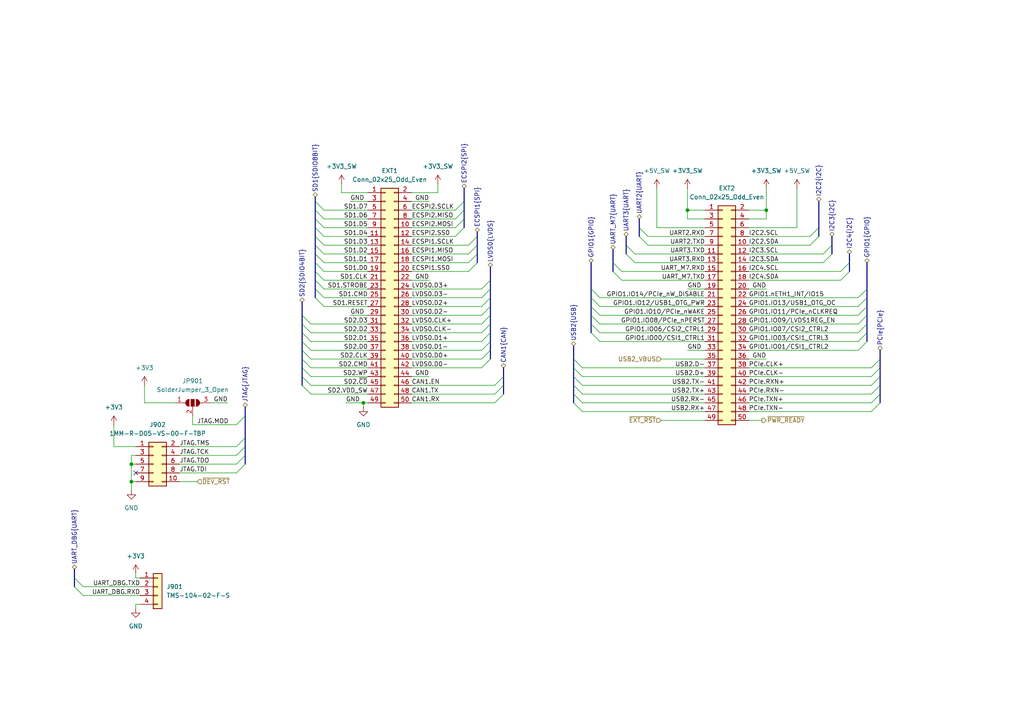
<source format=kicad_sch>
(kicad_sch (version 20250114) (generator "eeschema") (generator_version "9.0")
  (paper "A4")
  (lib_symbols
    (symbol "Connector_Generic:Conn_01x04" (pin_names (offset 1.016) (hide yes))
      (property "Reference" "J" (at 0 5.08 0))
      (property "Value" "Conn_01x04" (at 0 -7.62 0))
      (symbol "Conn_01x04_1_1"
        (rectangle (start -1.27 3.81) (end 1.27 -6.35) (stroke (width 0.254)) (fill (type background)))
        (rectangle (start -1.27 2.667) (end 0 2.413) (stroke (width 0.1524)))
        (rectangle (start -1.27 0.127) (end 0 -0.127) (stroke (width 0.1524)))
        (rectangle (start -1.27 -2.413) (end 0 -2.667) (stroke (width 0.1524)))
        (rectangle (start -1.27 -4.953) (end 0 -5.207) (stroke (width 0.1524)))
        (pin passive line (at -5.08 2.54 0) (length 3.81) (name "Pin_1") (number "1"))
        (pin passive line (at -5.08 0 0) (length 3.81) (name "Pin_2") (number "2"))
        (pin passive line (at -5.08 -2.54 0) (length 3.81) (name "Pin_3") (number "3"))
        (pin passive line (at -5.08 -5.08 0) (length 3.81) (name "Pin_4") (number "4"))
      )
    )
    (symbol "Connector_Generic:Conn_02x05_Odd_Even" (pin_names (offset 1.016) (hide yes))
      (property "Reference" "J" (at 1.27 7.62 0))
      (property "Value" "Conn_02x05_Odd_Even" (at 1.27 -7.62 0))
      (symbol "Conn_02x05_Odd_Even_1_1"
        (rectangle (start -1.27 6.35) (end 3.81 -6.35) (stroke (width 0.254)) (fill (type background)))
        (rectangle (start -1.27 5.207) (end 0 4.953) (stroke (width 0.1524)))
        (rectangle (start -1.27 2.667) (end 0 2.413) (stroke (width 0.1524)))
        (rectangle (start -1.27 0.127) (end 0 -0.127) (stroke (width 0.1524)))
        (rectangle (start -1.27 -2.413) (end 0 -2.667) (stroke (width 0.1524)))
        (rectangle (start -1.27 -4.953) (end 0 -5.207) (stroke (width 0.1524)))
        (rectangle (start 3.81 5.207) (end 2.54 4.953) (stroke (width 0.1524)))
        (rectangle (start 3.81 2.667) (end 2.54 2.413) (stroke (width 0.1524)))
        (rectangle (start 3.81 0.127) (end 2.54 -0.127) (stroke (width 0.1524)))
        (rectangle (start 3.81 -2.413) (end 2.54 -2.667) (stroke (width 0.1524)))
        (rectangle (start 3.81 -4.953) (end 2.54 -5.207) (stroke (width 0.1524)))
        (pin passive line (at -5.08 5.08 0) (length 3.81) (name "Pin_1") (number "1"))
        (pin passive line (at -5.08 2.54 0) (length 3.81) (name "Pin_3") (number "3"))
        (pin passive line (at -5.08 0 0) (length 3.81) (name "Pin_5") (number "5"))
        (pin passive line (at -5.08 -2.54 0) (length 3.81) (name "Pin_7") (number "7"))
        (pin passive line (at -5.08 -5.08 0) (length 3.81) (name "Pin_9") (number "9"))
        (pin passive line (at 7.62 5.08 180) (length 3.81) (name "Pin_2") (number "2"))
        (pin passive line (at 7.62 2.54 180) (length 3.81) (name "Pin_4") (number "4"))
        (pin passive line (at 7.62 0 180) (length 3.81) (name "Pin_6") (number "6"))
        (pin passive line (at 7.62 -2.54 180) (length 3.81) (name "Pin_8") (number "8"))
        (pin passive line (at 7.62 -5.08 180) (length 3.81) (name "Pin_10") (number "10"))
      )
    )
    (symbol "Connector_Generic:Conn_02x25_Odd_Even" (pin_names (offset 1.016) (hide yes))
      (property "Reference" "J" (at 1.27 33.02 0))
      (property "Value" "Conn_02x25_Odd_Even" (at 1.27 -33.02 0))
      (symbol "Conn_02x25_Odd_Even_1_1"
        (rectangle (start -1.27 31.75) (end 3.81 -31.75) (stroke (width 0.254)) (fill (type background)))
        (rectangle (start -1.27 30.607) (end 0 30.353) (stroke (width 0.1524)))
        (rectangle (start -1.27 28.067) (end 0 27.813) (stroke (width 0.1524)))
        (rectangle (start -1.27 25.527) (end 0 25.273) (stroke (width 0.1524)))
        (rectangle (start -1.27 22.987) (end 0 22.733) (stroke (width 0.1524)))
        (rectangle (start -1.27 20.447) (end 0 20.193) (stroke (width 0.1524)))
        (rectangle (start -1.27 17.907) (end 0 17.653) (stroke (width 0.1524)))
        (rectangle (start -1.27 15.367) (end 0 15.113) (stroke (width 0.1524)))
        (rectangle (start -1.27 12.827) (end 0 12.573) (stroke (width 0.1524)))
        (rectangle (start -1.27 10.287) (end 0 10.033) (stroke (width 0.1524)))
        (rectangle (start -1.27 7.747) (end 0 7.493) (stroke (width 0.1524)))
        (rectangle (start -1.27 5.207) (end 0 4.953) (stroke (width 0.1524)))
        (rectangle (start -1.27 2.667) (end 0 2.413) (stroke (width 0.1524)))
        (rectangle (start -1.27 0.127) (end 0 -0.127) (stroke (width 0.1524)))
        (rectangle (start -1.27 -2.413) (end 0 -2.667) (stroke (width 0.1524)))
        (rectangle (start -1.27 -4.953) (end 0 -5.207) (stroke (width 0.1524)))
        (rectangle (start -1.27 -7.493) (end 0 -7.747) (stroke (width 0.1524)))
        (rectangle (start -1.27 -10.033) (end 0 -10.287) (stroke (width 0.1524)))
        (rectangle (start -1.27 -12.573) (end 0 -12.827) (stroke (width 0.1524)))
        (rectangle (start -1.27 -15.113) (end 0 -15.367) (stroke (width 0.1524)))
        (rectangle (start -1.27 -17.653) (end 0 -17.907) (stroke (width 0.1524)))
        (rectangle (start -1.27 -20.193) (end 0 -20.447) (stroke (width 0.1524)))
        (rectangle (start -1.27 -22.733) (end 0 -22.987) (stroke (width 0.1524)))
        (rectangle (start -1.27 -25.273) (end 0 -25.527) (stroke (width 0.1524)))
        (rectangle (start -1.27 -27.813) (end 0 -28.067) (stroke (width 0.1524)))
        (rectangle (start -1.27 -30.353) (end 0 -30.607) (stroke (width 0.1524)))
        (rectangle (start 3.81 30.607) (end 2.54 30.353) (stroke (width 0.1524)))
        (rectangle (start 3.81 28.067) (end 2.54 27.813) (stroke (width 0.1524)))
        (rectangle (start 3.81 25.527) (end 2.54 25.273) (stroke (width 0.1524)))
        (rectangle (start 3.81 22.987) (end 2.54 22.733) (stroke (width 0.1524)))
        (rectangle (start 3.81 20.447) (end 2.54 20.193) (stroke (width 0.1524)))
        (rectangle (start 3.81 17.907) (end 2.54 17.653) (stroke (width 0.1524)))
        (rectangle (start 3.81 15.367) (end 2.54 15.113) (stroke (width 0.1524)))
        (rectangle (start 3.81 12.827) (end 2.54 12.573) (stroke (width 0.1524)))
        (rectangle (start 3.81 10.287) (end 2.54 10.033) (stroke (width 0.1524)))
        (rectangle (start 3.81 7.747) (end 2.54 7.493) (stroke (width 0.1524)))
        (rectangle (start 3.81 5.207) (end 2.54 4.953) (stroke (width 0.1524)))
        (rectangle (start 3.81 2.667) (end 2.54 2.413) (stroke (width 0.1524)))
        (rectangle (start 3.81 0.127) (end 2.54 -0.127) (stroke (width 0.1524)))
        (rectangle (start 3.81 -2.413) (end 2.54 -2.667) (stroke (width 0.1524)))
        (rectangle (start 3.81 -4.953) (end 2.54 -5.207) (stroke (width 0.1524)))
        (rectangle (start 3.81 -7.493) (end 2.54 -7.747) (stroke (width 0.1524)))
        (rectangle (start 3.81 -10.033) (end 2.54 -10.287) (stroke (width 0.1524)))
        (rectangle (start 3.81 -12.573) (end 2.54 -12.827) (stroke (width 0.1524)))
        (rectangle (start 3.81 -15.113) (end 2.54 -15.367) (stroke (width 0.1524)))
        (rectangle (start 3.81 -17.653) (end 2.54 -17.907) (stroke (width 0.1524)))
        (rectangle (start 3.81 -20.193) (end 2.54 -20.447) (stroke (width 0.1524)))
        (rectangle (start 3.81 -22.733) (end 2.54 -22.987) (stroke (width 0.1524)))
        (rectangle (start 3.81 -25.273) (end 2.54 -25.527) (stroke (width 0.1524)))
        (rectangle (start 3.81 -27.813) (end 2.54 -28.067) (stroke (width 0.1524)))
        (rectangle (start 3.81 -30.353) (end 2.54 -30.607) (stroke (width 0.1524)))
        (pin passive line (at -5.08 30.48 0) (length 3.81) (name "Pin_1") (number "1"))
        (pin passive line (at -5.08 27.94 0) (length 3.81) (name "Pin_3") (number "3"))
        (pin passive line (at -5.08 25.4 0) (length 3.81) (name "Pin_5") (number "5"))
        (pin passive line (at -5.08 22.86 0) (length 3.81) (name "Pin_7") (number "7"))
        (pin passive line (at -5.08 20.32 0) (length 3.81) (name "Pin_9") (number "9"))
        (pin passive line (at -5.08 17.78 0) (length 3.81) (name "Pin_11") (number "11"))
        (pin passive line (at -5.08 15.24 0) (length 3.81) (name "Pin_13") (number "13"))
        (pin passive line (at -5.08 12.7 0) (length 3.81) (name "Pin_15") (number "15"))
        (pin passive line (at -5.08 10.16 0) (length 3.81) (name "Pin_17") (number "17"))
        (pin passive line (at -5.08 7.62 0) (length 3.81) (name "Pin_19") (number "19"))
        (pin passive line (at -5.08 5.08 0) (length 3.81) (name "Pin_21") (number "21"))
        (pin passive line (at -5.08 2.54 0) (length 3.81) (name "Pin_23") (number "23"))
        (pin passive line (at -5.08 0 0) (length 3.81) (name "Pin_25") (number "25"))
        (pin passive line (at -5.08 -2.54 0) (length 3.81) (name "Pin_27") (number "27"))
        (pin passive line (at -5.08 -5.08 0) (length 3.81) (name "Pin_29") (number "29"))
        (pin passive line (at -5.08 -7.62 0) (length 3.81) (name "Pin_31") (number "31"))
        (pin passive line (at -5.08 -10.16 0) (length 3.81) (name "Pin_33") (number "33"))
        (pin passive line (at -5.08 -12.7 0) (length 3.81) (name "Pin_35") (number "35"))
        (pin passive line (at -5.08 -15.24 0) (length 3.81) (name "Pin_37") (number "37"))
        (pin passive line (at -5.08 -17.78 0) (length 3.81) (name "Pin_39") (number "39"))
        (pin passive line (at -5.08 -20.32 0) (length 3.81) (name "Pin_41") (number "41"))
        (pin passive line (at -5.08 -22.86 0) (length 3.81) (name "Pin_43") (number "43"))
        (pin passive line (at -5.08 -25.4 0) (length 3.81) (name "Pin_45") (number "45"))
        (pin passive line (at -5.08 -27.94 0) (length 3.81) (name "Pin_47") (number "47"))
        (pin passive line (at -5.08 -30.48 0) (length 3.81) (name "Pin_49") (number "49"))
        (pin passive line (at 7.62 30.48 180) (length 3.81) (name "Pin_2") (number "2"))
        (pin passive line (at 7.62 27.94 180) (length 3.81) (name "Pin_4") (number "4"))
        (pin passive line (at 7.62 25.4 180) (length 3.81) (name "Pin_6") (number "6"))
        (pin passive line (at 7.62 22.86 180) (length 3.81) (name "Pin_8") (number "8"))
        (pin passive line (at 7.62 20.32 180) (length 3.81) (name "Pin_10") (number "10"))
        (pin passive line (at 7.62 17.78 180) (length 3.81) (name "Pin_12") (number "12"))
        (pin passive line (at 7.62 15.24 180) (length 3.81) (name "Pin_14") (number "14"))
        (pin passive line (at 7.62 12.7 180) (length 3.81) (name "Pin_16") (number "16"))
        (pin passive line (at 7.62 10.16 180) (length 3.81) (name "Pin_18") (number "18"))
        (pin passive line (at 7.62 7.62 180) (length 3.81) (name "Pin_20") (number "20"))
        (pin passive line (at 7.62 5.08 180) (length 3.81) (name "Pin_22") (number "22"))
        (pin passive line (at 7.62 2.54 180) (length 3.81) (name "Pin_24") (number "24"))
        (pin passive line (at 7.62 0 180) (length 3.81) (name "Pin_26") (number "26"))
        (pin passive line (at 7.62 -2.54 180) (length 3.81) (name "Pin_28") (number "28"))
        (pin passive line (at 7.62 -5.08 180) (length 3.81) (name "Pin_30") (number "30"))
        (pin passive line (at 7.62 -7.62 180) (length 3.81) (name "Pin_32") (number "32"))
        (pin passive line (at 7.62 -10.16 180) (length 3.81) (name "Pin_34") (number "34"))
        (pin passive line (at 7.62 -12.7 180) (length 3.81) (name "Pin_36") (number "36"))
        (pin passive line (at 7.62 -15.24 180) (length 3.81) (name "Pin_38") (number "38"))
        (pin passive line (at 7.62 -17.78 180) (length 3.81) (name "Pin_40") (number "40"))
        (pin passive line (at 7.62 -20.32 180) (length 3.81) (name "Pin_42") (number "42"))
        (pin passive line (at 7.62 -22.86 180) (length 3.81) (name "Pin_44") (number "44"))
        (pin passive line (at 7.62 -25.4 180) (length 3.81) (name "Pin_46") (number "46"))
        (pin passive line (at 7.62 -27.94 180) (length 3.81) (name "Pin_48") (number "48"))
        (pin passive line (at 7.62 -30.48 180) (length 3.81) (name "Pin_50") (number "50"))
      )
    )
    (symbol "Jumper:SolderJumper_3_Open" (pin_names (offset 0) (hide yes)) (exclude_from_sim yes) (in_bom no)
      (property "Reference" "JP" (at -2.54 -2.54 0))
      (property "Value" "SolderJumper_3_Open" (at 0 2.794 0))
      (symbol "SolderJumper_3_Open_0_1"
        (polyline (pts (xy -2.54 0) (xy -2.032 0)))
        (polyline (pts (xy -1.016 1.016) (xy -1.016 -1.016)))
        (arc (start -1.016 -1.016) (mid -2.0276 0) (end -1.016 1.016))
        (arc (start -1.016 -1.016) (mid -2.0276 0) (end -1.016 1.016) (fill (type outline)))
        (rectangle (start -0.508 1.016) (end 0.508 -1.016) (fill (type outline)))
        (polyline (pts (xy 0 -1.27) (xy 0 -1.016)))
        (arc (start 1.016 1.016) (mid 2.0276 0) (end 1.016 -1.016))
        (arc (start 1.016 1.016) (mid 2.0276 0) (end 1.016 -1.016) (fill (type outline)))
        (polyline (pts (xy 1.016 1.016) (xy 1.016 -1.016)))
        (polyline (pts (xy 2.54 0) (xy 2.032 0)))
      )
      (symbol "SolderJumper_3_Open_1_1"
        (pin passive line (at -5.08 0 0) (length 2.54) (name "A") (number "1"))
        (pin passive line (at 0 -3.81 90) (length 2.54) (name "C") (number "2"))
        (pin passive line (at 5.08 0 180) (length 2.54) (name "B") (number "3"))
      )
    )
    (symbol "power:+3V3" (power) (pin_numbers (hide yes)) (pin_names (offset 0) (hide yes))
      (property "Value" "+3V3" (at 0 3.556 0))
      (symbol "+3V3_0_1"
        (polyline (pts (xy -0.762 1.27) (xy 0 2.54)))
        (polyline (pts (xy 0 2.54) (xy 0.762 1.27)))
        (polyline (pts (xy 0 0) (xy 0 2.54)))
      )
      (symbol "+3V3_1_1"
        (pin power_in line (at 0 0 90) (length 0) (name "~") (number "1"))
      )
    )
    (symbol "power:+5V" (power) (pin_numbers (hide yes)) (pin_names (offset 0) (hide yes))
      (property "Value" "+5V" (at 0 3.556 0))
      (symbol "+5V_0_1"
        (polyline (pts (xy -0.762 1.27) (xy 0 2.54)))
        (polyline (pts (xy 0 2.54) (xy 0.762 1.27)))
        (polyline (pts (xy 0 0) (xy 0 2.54)))
      )
      (symbol "+5V_1_1"
        (pin power_in line (at 0 0 90) (length 0) (name "~") (number "1"))
      )
    )
    (symbol "power:GND" (power) (pin_numbers (hide yes)) (pin_names (offset 0) (hide yes))
      (property "Value" "GND" (at 0 -3.81 0))
      (symbol "GND_0_1"
        (polyline (pts (xy 0 0) (xy 0 -1.27) (xy 1.27 -1.27) (xy 0 -2.54) (xy -1.27 -1.27) (xy 0 -1.27)))
      )
      (symbol "GND_1_1"
        (pin power_in line (at 0 0 270) (length 0) (name "~") (number "1"))
      )
    )
  )
  (junction (at 105.41 116.84))
  (junction (at 38.1 134.62))
  (junction (at 222.25 60.96))
  (junction (at 38.1 139.7))
  (junction (at 199.39 60.96))
  (no_connect (at 39.37 137.16))
  (bus_entry (at 87.63 106.68) (size 2.54 2.54))
  (bus_entry (at 255.27 114.3) (size -2.54 2.54))
  (bus_entry (at 71.12 120.65) (size -2.54 2.54))
  (bus_entry (at 166.37 109.22) (size 2.54 2.54))
  (bus_entry (at 142.24 99.06) (size -2.54 2.54))
  (bus_entry (at 142.24 83.82) (size -2.54 2.54))
  (bus_entry (at 91.44 86.36) (size 2.54 2.54))
  (bus_entry (at 246.38 76.2) (size -2.54 2.54))
  (bus_entry (at 87.63 104.14) (size 2.54 2.54))
  (bus_entry (at 134.62 63.5) (size -2.54 2.54))
  (bus_entry (at 87.63 99.06) (size 2.54 2.54))
  (bus_entry (at 166.37 116.84) (size 2.54 2.54))
  (bus_entry (at 71.12 134.62) (size -2.54 2.54))
  (bus_entry (at 171.45 93.98) (size 2.54 2.54))
  (bus_entry (at 134.62 60.96) (size -2.54 2.54))
  (bus_entry (at 134.62 66.04) (size -2.54 2.54))
  (bus_entry (at 71.12 132.08) (size -2.54 2.54))
  (bus_entry (at 91.44 73.66) (size 2.54 2.54))
  (bus_entry (at 142.24 91.44) (size -2.54 2.54))
  (bus_entry (at 255.27 106.68) (size -2.54 2.54))
  (bus_entry (at 134.62 58.42) (size -2.54 2.54))
  (bus_entry (at 142.24 88.9) (size -2.54 2.54))
  (bus_entry (at 237.49 68.58) (size -2.54 2.54))
  (bus_entry (at 166.37 106.68) (size 2.54 2.54))
  (bus_entry (at 166.37 114.3) (size 2.54 2.54))
  (bus_entry (at 142.24 81.28) (size -2.54 2.54))
  (bus_entry (at 171.45 91.44) (size 2.54 2.54))
  (bus_entry (at 138.43 68.58) (size -2.54 2.54))
  (bus_entry (at 251.46 88.9) (size -2.54 2.54))
  (bus_entry (at 91.44 81.28) (size 2.54 2.54))
  (bus_entry (at 166.37 111.76) (size 2.54 2.54))
  (bus_entry (at 138.43 71.12) (size -2.54 2.54))
  (bus_entry (at 91.44 71.12) (size 2.54 2.54))
  (bus_entry (at 87.63 101.6) (size 2.54 2.54))
  (bus_entry (at 21.59 170.18) (size 2.54 2.54))
  (bus_entry (at 251.46 86.36) (size -2.54 2.54))
  (bus_entry (at 91.44 60.96) (size 2.54 2.54))
  (bus_entry (at 255.27 116.84) (size -2.54 2.54))
  (bus_entry (at 181.61 73.66) (size 2.54 2.54))
  (bus_entry (at 251.46 91.44) (size -2.54 2.54))
  (bus_entry (at 142.24 101.6) (size -2.54 2.54))
  (bus_entry (at 142.24 104.14) (size -2.54 2.54))
  (bus_entry (at 87.63 109.22) (size 2.54 2.54))
  (bus_entry (at 251.46 96.52) (size -2.54 2.54))
  (bus_entry (at 91.44 68.58) (size 2.54 2.54))
  (bus_entry (at 87.63 96.52) (size 2.54 2.54))
  (bus_entry (at 251.46 83.82) (size -2.54 2.54))
  (bus_entry (at 171.45 83.82) (size 2.54 2.54))
  (bus_entry (at 171.45 96.52) (size 2.54 2.54))
  (bus_entry (at 146.05 111.76) (size -2.54 2.54))
  (bus_entry (at 255.27 109.22) (size -2.54 2.54))
  (bus_entry (at 138.43 73.66) (size -2.54 2.54))
  (bus_entry (at 146.05 114.3) (size -2.54 2.54))
  (bus_entry (at 237.49 66.04) (size -2.54 2.54))
  (bus_entry (at 166.37 104.14) (size 2.54 2.54))
  (bus_entry (at 255.27 104.14) (size -2.54 2.54))
  (bus_entry (at 87.63 111.76) (size 2.54 2.54))
  (bus_entry (at 241.3 71.12) (size -2.54 2.54))
  (bus_entry (at 171.45 88.9) (size 2.54 2.54))
  (bus_entry (at 185.42 66.04) (size 2.54 2.54))
  (bus_entry (at 87.63 93.98) (size 2.54 2.54))
  (bus_entry (at 177.8 78.74) (size 2.54 2.54))
  (bus_entry (at 21.59 167.64) (size 2.54 2.54))
  (bus_entry (at 241.3 73.66) (size -2.54 2.54))
  (bus_entry (at 91.44 76.2) (size 2.54 2.54))
  (bus_entry (at 142.24 93.98) (size -2.54 2.54))
  (bus_entry (at 181.61 71.12) (size 2.54 2.54))
  (bus_entry (at 171.45 86.36) (size 2.54 2.54))
  (bus_entry (at 246.38 78.74) (size -2.54 2.54))
  (bus_entry (at 91.44 83.82) (size 2.54 2.54))
  (bus_entry (at 255.27 111.76) (size -2.54 2.54))
  (bus_entry (at 71.12 127) (size -2.54 2.54))
  (bus_entry (at 142.24 86.36) (size -2.54 2.54))
  (bus_entry (at 91.44 58.42) (size 2.54 2.54))
  (bus_entry (at 177.8 76.2) (size 2.54 2.54))
  (bus_entry (at 251.46 99.06) (size -2.54 2.54))
  (bus_entry (at 146.05 109.22) (size -2.54 2.54))
  (bus_entry (at 91.44 66.04) (size 2.54 2.54))
  (bus_entry (at 142.24 96.52) (size -2.54 2.54))
  (bus_entry (at 251.46 93.98) (size -2.54 2.54))
  (bus_entry (at 71.12 129.54) (size -2.54 2.54))
  (bus_entry (at 91.44 63.5) (size 2.54 2.54))
  (bus_entry (at 91.44 78.74) (size 2.54 2.54))
  (bus_entry (at 138.43 76.2) (size -2.54 2.54))
  (bus_entry (at 87.63 91.44) (size 2.54 2.54))
  (bus_entry (at 185.42 68.58) (size 2.54 2.54))
  (wire (pts (xy 222.25 104.14) (xy 217.17 104.14)))
  (wire (pts (xy 55.88 123.19) (xy 68.58 123.19)))
  (wire (pts (xy 173.99 86.36) (xy 204.47 86.36)))
  (bus (pts (xy 241.3 68.58) (xy 241.3 71.12)))
  (wire (pts (xy 180.34 81.28) (xy 204.47 81.28)))
  (bus (pts (xy 91.44 76.2) (xy 91.44 78.74)))
  (wire (pts (xy 204.47 111.76) (xy 168.91 111.76)))
  (wire (pts (xy 168.91 106.68) (xy 204.47 106.68)))
  (wire (pts (xy 135.89 71.12) (xy 119.38 71.12)))
  (wire (pts (xy 248.92 86.36) (xy 217.17 86.36)))
  (bus (pts (xy 142.24 86.36) (xy 142.24 88.9)))
  (wire (pts (xy 39.37 132.08) (xy 38.1 132.08)))
  (wire (pts (xy 204.47 63.5) (xy 199.39 63.5)))
  (wire (pts (xy 90.17 114.3) (xy 106.68 114.3)))
  (bus (pts (xy 142.24 77.47) (xy 142.24 81.28)))
  (bus (pts (xy 87.63 106.68) (xy 87.63 109.22)))
  (wire (pts (xy 217.17 60.96) (xy 222.25 60.96)))
  (bus (pts (xy 134.62 58.42) (xy 134.62 60.96)))
  (bus (pts (xy 255.27 104.14) (xy 255.27 106.68)))
  (wire (pts (xy 39.37 167.64) (xy 40.64 167.64)))
  (bus (pts (xy 134.62 63.5) (xy 134.62 66.04)))
  (bus (pts (xy 181.61 68.58) (xy 181.61 71.12)))
  (wire (pts (xy 101.6 58.42) (xy 106.68 58.42)))
  (wire (pts (xy 41.91 111.76) (xy 41.91 116.84)))
  (bus (pts (xy 21.59 167.64) (xy 21.59 170.18)))
  (bus (pts (xy 142.24 96.52) (xy 142.24 99.06)))
  (wire (pts (xy 222.25 63.5) (xy 222.25 60.96)))
  (wire (pts (xy 106.68 66.04) (xy 93.98 66.04)))
  (wire (pts (xy 100.33 116.84) (xy 105.41 116.84)))
  (bus (pts (xy 146.05 106.68) (xy 146.05 109.22)))
  (bus (pts (xy 138.43 71.12) (xy 138.43 73.66)))
  (bus (pts (xy 138.43 67.31) (xy 138.43 68.58)))
  (bus (pts (xy 134.62 60.96) (xy 134.62 63.5)))
  (wire (pts (xy 39.37 175.26) (xy 40.64 175.26)))
  (bus (pts (xy 166.37 114.3) (xy 166.37 116.84)))
  (wire (pts (xy 39.37 176.53) (xy 39.37 175.26)))
  (wire (pts (xy 199.39 83.82) (xy 204.47 83.82)))
  (wire (pts (xy 90.17 111.76) (xy 106.68 111.76)))
  (bus (pts (xy 255.27 111.76) (xy 255.27 114.3)))
  (wire (pts (xy 119.38 116.84) (xy 143.51 116.84)))
  (wire (pts (xy 90.17 101.6) (xy 106.68 101.6)))
  (wire (pts (xy 248.92 93.98) (xy 217.17 93.98)))
  (bus (pts (xy 91.44 73.66) (xy 91.44 76.2)))
  (bus (pts (xy 142.24 93.98) (xy 142.24 96.52)))
  (wire (pts (xy 119.38 104.14) (xy 139.7 104.14)))
  (bus (pts (xy 166.37 109.22) (xy 166.37 111.76)))
  (bus (pts (xy 246.38 76.2) (xy 246.38 78.74)))
  (bus (pts (xy 87.63 91.44) (xy 87.63 93.98)))
  (bus (pts (xy 91.44 58.42) (xy 91.44 60.96)))
  (wire (pts (xy 119.38 88.9) (xy 139.7 88.9)))
  (bus (pts (xy 142.24 81.28) (xy 142.24 83.82)))
  (wire (pts (xy 199.39 63.5) (xy 199.39 60.96)))
  (bus (pts (xy 142.24 91.44) (xy 142.24 93.98)))
  (wire (pts (xy 38.1 132.08) (xy 38.1 134.62)))
  (wire (pts (xy 55.88 120.65) (xy 55.88 123.19)))
  (wire (pts (xy 106.68 63.5) (xy 93.98 63.5)))
  (wire (pts (xy 119.38 55.88) (xy 127 55.88)))
  (bus (pts (xy 241.3 71.12) (xy 241.3 73.66)))
  (wire (pts (xy 119.38 114.3) (xy 143.51 114.3)))
  (wire (pts (xy 106.68 78.74) (xy 93.98 78.74)))
  (bus (pts (xy 166.37 104.14) (xy 166.37 106.68)))
  (bus (pts (xy 87.63 99.06) (xy 87.63 101.6)))
  (bus (pts (xy 251.46 83.82) (xy 251.46 86.36)))
  (wire (pts (xy 68.58 132.08) (xy 52.07 132.08)))
  (wire (pts (xy 217.17 63.5) (xy 222.25 63.5)))
  (bus (pts (xy 171.45 83.82) (xy 171.45 86.36)))
  (bus (pts (xy 251.46 76.2) (xy 251.46 83.82)))
  (wire (pts (xy 204.47 109.22) (xy 168.91 109.22)))
  (wire (pts (xy 33.02 129.54) (xy 39.37 129.54)))
  (bus (pts (xy 87.63 87.63) (xy 87.63 91.44)))
  (bus (pts (xy 71.12 132.08) (xy 71.12 134.62)))
  (wire (pts (xy 38.1 134.62) (xy 38.1 139.7)))
  (wire (pts (xy 252.73 119.38) (xy 217.17 119.38)))
  (wire (pts (xy 139.7 83.82) (xy 119.38 83.82)))
  (wire (pts (xy 222.25 83.82) (xy 217.17 83.82)))
  (wire (pts (xy 119.38 101.6) (xy 139.7 101.6)))
  (bus (pts (xy 255.27 101.6) (xy 255.27 104.14)))
  (wire (pts (xy 173.99 96.52) (xy 204.47 96.52)))
  (wire (pts (xy 190.5 54.61) (xy 190.5 66.04)))
  (wire (pts (xy 68.58 129.54) (xy 52.07 129.54)))
  (bus (pts (xy 21.59 165.1) (xy 21.59 167.64)))
  (wire (pts (xy 93.98 76.2) (xy 106.68 76.2)))
  (wire (pts (xy 190.5 66.04) (xy 204.47 66.04)))
  (bus (pts (xy 185.42 66.04) (xy 185.42 68.58)))
  (bus (pts (xy 91.44 78.74) (xy 91.44 81.28)))
  (wire (pts (xy 132.08 60.96) (xy 119.38 60.96)))
  (wire (pts (xy 204.47 60.96) (xy 199.39 60.96)))
  (wire (pts (xy 204.47 119.38) (xy 168.91 119.38)))
  (bus (pts (xy 166.37 100.33) (xy 166.37 104.14)))
  (wire (pts (xy 191.77 121.92) (xy 204.47 121.92)))
  (wire (pts (xy 252.73 114.3) (xy 217.17 114.3)))
  (wire (pts (xy 124.46 81.28) (xy 119.38 81.28)))
  (wire (pts (xy 119.38 99.06) (xy 139.7 99.06)))
  (bus (pts (xy 255.27 109.22) (xy 255.27 111.76)))
  (wire (pts (xy 220.98 121.92) (xy 217.17 121.92)))
  (wire (pts (xy 38.1 134.62) (xy 39.37 134.62)))
  (bus (pts (xy 251.46 91.44) (xy 251.46 93.98)))
  (wire (pts (xy 90.17 104.14) (xy 106.68 104.14)))
  (wire (pts (xy 199.39 101.6) (xy 204.47 101.6)))
  (wire (pts (xy 184.15 76.2) (xy 204.47 76.2)))
  (bus (pts (xy 166.37 106.68) (xy 166.37 109.22)))
  (wire (pts (xy 39.37 167.64) (xy 39.37 166.37)))
  (wire (pts (xy 93.98 60.96) (xy 106.68 60.96)))
  (wire (pts (xy 217.17 73.66) (xy 238.76 73.66)))
  (bus (pts (xy 177.8 76.2) (xy 177.8 78.74)))
  (bus (pts (xy 171.45 91.44) (xy 171.45 93.98)))
  (wire (pts (xy 119.38 68.58) (xy 132.08 68.58)))
  (bus (pts (xy 171.45 86.36) (xy 171.45 88.9)))
  (bus (pts (xy 91.44 71.12) (xy 91.44 73.66)))
  (wire (pts (xy 33.02 123.19) (xy 33.02 129.54)))
  (wire (pts (xy 217.17 81.28) (xy 243.84 81.28)))
  (bus (pts (xy 246.38 73.66) (xy 246.38 76.2)))
  (wire (pts (xy 106.68 86.36) (xy 93.98 86.36)))
  (wire (pts (xy 143.51 111.76) (xy 119.38 111.76)))
  (wire (pts (xy 217.17 78.74) (xy 243.84 78.74)))
  (bus (pts (xy 91.44 68.58) (xy 91.44 71.12)))
  (wire (pts (xy 105.41 116.84) (xy 106.68 116.84)))
  (wire (pts (xy 173.99 91.44) (xy 204.47 91.44)))
  (bus (pts (xy 71.12 129.54) (xy 71.12 132.08)))
  (bus (pts (xy 91.44 63.5) (xy 91.44 66.04)))
  (bus (pts (xy 87.63 109.22) (xy 87.63 111.76)))
  (wire (pts (xy 139.7 96.52) (xy 119.38 96.52)))
  (wire (pts (xy 93.98 73.66) (xy 106.68 73.66)))
  (wire (pts (xy 248.92 96.52) (xy 217.17 96.52)))
  (bus (pts (xy 91.44 66.04) (xy 91.44 68.58)))
  (wire (pts (xy 248.92 88.9) (xy 217.17 88.9)))
  (wire (pts (xy 132.08 63.5) (xy 119.38 63.5)))
  (bus (pts (xy 91.44 83.82) (xy 91.44 86.36)))
  (bus (pts (xy 251.46 88.9) (xy 251.46 91.44)))
  (bus (pts (xy 134.62 54.61) (xy 134.62 58.42)))
  (wire (pts (xy 231.14 66.04) (xy 231.14 54.61)))
  (bus (pts (xy 251.46 93.98) (xy 251.46 96.52)))
  (wire (pts (xy 93.98 71.12) (xy 106.68 71.12)))
  (wire (pts (xy 184.15 73.66) (xy 204.47 73.66)))
  (wire (pts (xy 68.58 137.16) (xy 52.07 137.16)))
  (bus (pts (xy 142.24 101.6) (xy 142.24 104.14)))
  (bus (pts (xy 87.63 93.98) (xy 87.63 96.52)))
  (wire (pts (xy 24.13 170.18) (xy 40.64 170.18)))
  (wire (pts (xy 187.96 68.58) (xy 204.47 68.58)))
  (wire (pts (xy 127 55.88) (xy 127 53.34)))
  (wire (pts (xy 66.04 116.84) (xy 60.96 116.84)))
  (wire (pts (xy 52.07 139.7) (xy 57.15 139.7)))
  (bus (pts (xy 142.24 83.82) (xy 142.24 86.36)))
  (bus (pts (xy 255.27 106.68) (xy 255.27 109.22)))
  (wire (pts (xy 173.99 88.9) (xy 204.47 88.9)))
  (bus (pts (xy 91.44 81.28) (xy 91.44 83.82)))
  (wire (pts (xy 41.91 116.84) (xy 50.8 116.84)))
  (wire (pts (xy 93.98 68.58) (xy 106.68 68.58)))
  (bus (pts (xy 166.37 111.76) (xy 166.37 114.3)))
  (wire (pts (xy 93.98 88.9) (xy 106.68 88.9)))
  (bus (pts (xy 251.46 86.36) (xy 251.46 88.9)))
  (wire (pts (xy 187.96 71.12) (xy 204.47 71.12)))
  (bus (pts (xy 138.43 68.58) (xy 138.43 71.12)))
  (bus (pts (xy 71.12 127) (xy 71.12 129.54)))
  (wire (pts (xy 234.95 68.58) (xy 217.17 68.58)))
  (wire (pts (xy 139.7 91.44) (xy 119.38 91.44)))
  (wire (pts (xy 217.17 66.04) (xy 231.14 66.04)))
  (wire (pts (xy 93.98 81.28) (xy 106.68 81.28)))
  (bus (pts (xy 171.45 76.2) (xy 171.45 83.82)))
  (wire (pts (xy 119.38 86.36) (xy 139.7 86.36)))
  (wire (pts (xy 135.89 73.66) (xy 119.38 73.66)))
  (wire (pts (xy 180.34 78.74) (xy 204.47 78.74)))
  (wire (pts (xy 252.73 111.76) (xy 217.17 111.76)))
  (bus (pts (xy 171.45 88.9) (xy 171.45 91.44)))
  (bus (pts (xy 251.46 96.52) (xy 251.46 99.06)))
  (wire (pts (xy 90.17 109.22) (xy 106.68 109.22)))
  (wire (pts (xy 105.41 116.84) (xy 105.41 118.11)))
  (wire (pts (xy 252.73 109.22) (xy 217.17 109.22)))
  (bus (pts (xy 91.44 60.96) (xy 91.44 63.5)))
  (wire (pts (xy 173.99 99.06) (xy 204.47 99.06)))
  (wire (pts (xy 191.77 104.14) (xy 204.47 104.14)))
  (wire (pts (xy 90.17 93.98) (xy 106.68 93.98)))
  (wire (pts (xy 119.38 106.68) (xy 139.7 106.68)))
  (bus (pts (xy 87.63 104.14) (xy 87.63 106.68)))
  (wire (pts (xy 124.46 58.42) (xy 119.38 58.42)))
  (bus (pts (xy 181.61 71.12) (xy 181.61 73.66)))
  (wire (pts (xy 234.95 71.12) (xy 217.17 71.12)))
  (bus (pts (xy 146.05 111.76) (xy 146.05 114.3)))
  (wire (pts (xy 248.92 101.6) (xy 217.17 101.6)))
  (wire (pts (xy 139.7 93.98) (xy 119.38 93.98)))
  (wire (pts (xy 135.89 76.2) (xy 119.38 76.2)))
  (bus (pts (xy 146.05 109.22) (xy 146.05 111.76)))
  (wire (pts (xy 106.68 106.68) (xy 90.17 106.68)))
  (wire (pts (xy 204.47 116.84) (xy 168.91 116.84)))
  (wire (pts (xy 106.68 55.88) (xy 99.06 55.88)))
  (bus (pts (xy 171.45 93.98) (xy 171.45 96.52)))
  (bus (pts (xy 142.24 88.9) (xy 142.24 91.44)))
  (bus (pts (xy 87.63 96.52) (xy 87.63 99.06)))
  (wire (pts (xy 199.39 60.96) (xy 199.39 54.61)))
  (bus (pts (xy 87.63 101.6) (xy 87.63 104.14)))
  (wire (pts (xy 173.99 93.98) (xy 204.47 93.98)))
  (wire (pts (xy 168.91 114.3) (xy 204.47 114.3)))
  (bus (pts (xy 71.12 118.11) (xy 71.12 120.65)))
  (bus (pts (xy 138.43 73.66) (xy 138.43 76.2)))
  (bus (pts (xy 237.49 58.42) (xy 237.49 66.04)))
  (wire (pts (xy 68.58 134.62) (xy 52.07 134.62)))
  (wire (pts (xy 38.1 139.7) (xy 38.1 142.24)))
  (wire (pts (xy 124.46 109.22) (xy 119.38 109.22)))
  (wire (pts (xy 101.6 91.44) (xy 106.68 91.44)))
  (wire (pts (xy 238.76 76.2) (xy 217.17 76.2)))
  (wire (pts (xy 135.89 78.74) (xy 119.38 78.74)))
  (bus (pts (xy 142.24 99.06) (xy 142.24 101.6)))
  (wire (pts (xy 252.73 106.68) (xy 217.17 106.68)))
  (bus (pts (xy 177.8 72.39) (xy 177.8 76.2)))
  (wire (pts (xy 90.17 99.06) (xy 106.68 99.06)))
  (wire (pts (xy 248.92 91.44) (xy 217.17 91.44)))
  (wire (pts (xy 24.13 172.72) (xy 40.64 172.72)))
  (bus (pts (xy 91.44 57.15) (xy 91.44 58.42)))
  (bus (pts (xy 237.49 66.04) (xy 237.49 68.58)))
  (wire (pts (xy 252.73 116.84) (xy 217.17 116.84)))
  (wire (pts (xy 93.98 83.82) (xy 106.68 83.82)))
  (wire (pts (xy 222.25 60.96) (xy 222.25 54.61)))
  (bus (pts (xy 185.42 63.5) (xy 185.42 66.04)))
  (wire (pts (xy 248.92 99.06) (xy 217.17 99.06)))
  (bus (pts (xy 255.27 114.3) (xy 255.27 116.84)))
  (bus (pts (xy 71.12 120.65) (xy 71.12 127)))
  (wire (pts (xy 38.1 139.7) (xy 39.37 139.7)))
  (wire (pts (xy 132.08 66.04) (xy 119.38 66.04)))
  (wire (pts (xy 90.17 96.52) (xy 106.68 96.52)))
  (wire (pts (xy 99.06 55.88) (xy 99.06 53.34)))
  (label "SD1.D2" (at 106.68 73.66 180))
  (label "UART_DBG.TXD" (at 40.64 170.18 180))
  (label "USB2.TX-" (at 204.47 111.76 180))
  (label "I2C2.SDA" (at 217.17 71.12 0))
  (label "ECSPI2.SCLK" (at 119.38 60.96 0))
  (label "SD2.VDD_SW" (at 106.68 114.3 180))
  (label "GPIO1.IO03{slash}CSI1_CTRL3" (at 217.17 99.06 0))
  (label "CAN1.RX" (at 119.38 116.84 0))
  (label "PCIe.CLK+" (at 217.17 106.68 0))
  (label "I2C3.SDA" (at 217.17 76.2 0))
  (label "SD1.D3" (at 106.68 71.12 180))
  (label "GND" (at 222.25 83.82 180))
  (label "SD1.CMD" (at 106.68 86.36 180))
  (label "GPIO1.IO10{slash}PCIe_nWAKE" (at 204.47 91.44 180))
  (label "ECSPI1.MOSI" (at 119.38 76.2 0))
  (label "ECSPI1.SCLK" (at 119.38 71.12 0))
  (label "LVDS0.CLK+" (at 119.38 93.98 0))
  (label "GND" (at 124.46 58.42 180))
  (label "GPIO1.IO08{slash}PCIe_nPERST" (at 204.47 93.98 180))
  (label "LVDS0.D3-" (at 119.38 86.36 0))
  (label "GND" (at 124.46 109.22 180))
  (label "SD2.WP" (at 106.68 109.22 180))
  (label "LVDS0.D3+" (at 119.38 83.82 0))
  (label "UART3.TXD" (at 204.47 73.66 180))
  (label "ECSPI2.MOSI" (at 119.38 66.04 0))
  (label "ECSPI1.MISO" (at 119.38 73.66 0))
  (label "I2C4.SCL" (at 217.17 78.74 0))
  (label "PCIe.CLK-" (at 217.17 109.22 0))
  (label "GND" (at 100.33 116.84 0))
  (label "SD1.D5" (at 106.68 66.04 180))
  (label "SD2.CLK" (at 106.68 104.14 180))
  (label "SD2.D3" (at 106.68 93.98 180))
  (label "SD1.D1" (at 106.68 76.2 180))
  (label "LVDS0.D1-" (at 119.38 101.6 0))
  (label "LVDS0.D2-" (at 119.38 91.44 0))
  (label "JTAG.TMS" (at 52.07 129.54 0))
  (label "SD1.D0" (at 106.68 78.74 180))
  (label "JTAG.TDI" (at 52.07 137.16 0))
  (label "SD1.CLK" (at 106.68 81.28 180))
  (label "GPIO1.IO01{slash}CSI1_CTRL2" (at 217.17 101.6 0))
  (label "UART2.RXD" (at 204.47 68.58 180))
  (label "UART2.TXD" (at 204.47 71.12 180))
  (label "GPIO1.IO00{slash}CSI1_CTRL1" (at 204.47 99.06 180))
  (label "GND" (at 199.39 101.6 0))
  (label "PCIe.TXN+" (at 217.17 116.84 0))
  (label "USB2.D+" (at 204.47 109.22 180))
  (label "JTAG.MOD" (at 57.15 123.19 0))
  (label "PCIe.RXN+" (at 217.17 111.76 0))
  (label "UART_M7.RXD" (at 204.47 78.74 180))
  (label "UART_M7.TXD" (at 204.47 81.28 180))
  (label "GND" (at 101.6 91.44 0))
  (label "CAN1.EN" (at 119.38 111.76 0))
  (label "UART3.RXD" (at 204.47 76.2 180))
  (label "LVDS0.D0-" (at 119.38 106.68 0))
  (label "USB2.TX+" (at 204.47 114.3 180))
  (label "SD2.CMD" (at 106.68 106.68 180))
  (label "SD2.~{CD}" (at 106.68 111.76 180))
  (label "CAN1.TX" (at 119.38 114.3 0))
  (label "PCIe.RXN-" (at 217.17 114.3 0))
  (label "GND" (at 124.46 81.28 180))
  (label "PCIe.TXN-" (at 217.17 119.38 0))
  (label "SD2.D2" (at 106.68 96.52 180))
  (label "ECSPI2.SS0" (at 119.38 68.58 0))
  (label "SD1.D6" (at 106.68 63.5 180))
  (label "GPIO1.IO12{slash}USB1_OTG_PWR" (at 204.47 88.9 180))
  (label "USB2.RX-" (at 204.47 116.84 180))
  (label "GPIO1.IO06{slash}CSI2_CTRL1" (at 204.47 96.52 180))
  (label "ECSPI1.SS0" (at 119.38 78.74 0))
  (label "SD1.D4" (at 106.68 68.58 180))
  (label "GPIO1.IO07{slash}CSI2_CTRL2" (at 217.17 96.52 0))
  (label "GPIO1.nETH1_INT{slash}IO15" (at 217.17 86.36 0))
  (label "SD2.D0" (at 106.68 101.6 180))
  (label "SD1.RESET" (at 106.68 88.9 180))
  (label "GND" (at 222.25 104.14 180))
  (label "GND" (at 66.04 116.84 180))
  (label "GPIO1.IO14{slash}PCIe_nW_DISABLE" (at 204.47 86.36 180))
  (label "GND" (at 101.6 58.42 0))
  (label "SD1.STROBE" (at 106.68 83.82 180))
  (label "GPIO1.IO11{slash}PCIe_nCLKREQ" (at 217.17 91.44 0))
  (label "GPIO1.IO13{slash}USB1_OTG_OC" (at 217.17 88.9 0))
  (label "UART_DBG.RXD" (at 40.64 172.72 180))
  (label "LVDS0.D0+" (at 119.38 104.14 0))
  (label "GND" (at 199.39 83.82 0))
  (label "LVDS0.D2+" (at 119.38 88.9 0))
  (label "SD1.D7" (at 106.68 60.96 180))
  (label "LVDS0.D1+" (at 119.38 99.06 0))
  (label "GPIO1.IO09{slash}LVDS1REG_EN" (at 217.17 93.98 0))
  (label "ECSPI2.MISO" (at 119.38 63.5 0))
  (label "I2C4.SDA" (at 217.17 81.28 0))
  (label "JTAG.TDO" (at 52.07 134.62 0))
  (label "LVDS0.CLK-" (at 119.38 96.52 0))
  (label "SD2.D1" (at 106.68 99.06 180))
  (label "I2C2.SCL" (at 217.17 68.58 0))
  (label "JTAG.TCK" (at 52.07 132.08 0))
  (label "I2C3.SCL" (at 217.17 73.66 0))
  (label "USB2.D-" (at 204.47 106.68 180))
  (label "USB2.RX+" (at 204.47 119.38 180))
  (hierarchical_label "CAN1{CAN}" (shape bidirectional) (at 146.05 106.68 90))
  (hierarchical_label "I2C4{I2C}" (shape bidirectional) (at 246.38 73.66 90))
  (hierarchical_label "ECSPI2{SPI}" (shape bidirectional) (at 134.62 54.61 90))
  (hierarchical_label "UART_DBG{UART}" (shape bidirectional) (at 21.59 165.1 90))
  (hierarchical_label "I2C2{I2C}" (shape bidirectional) (at 237.49 58.42 90))
  (hierarchical_label "USB2_VBUS" (shape input) (at 191.77 104.14 180))
  (hierarchical_label "PCIe{PCIe}" (shape bidirectional) (at 255.27 101.6 90))
  (hierarchical_label "~{EXT_RST}" (shape input) (at 191.77 121.92 180))
  (hierarchical_label "UART_M7{UART}" (shape bidirectional) (at 177.8 72.39 90))
  (hierarchical_label "SD2{SDIO4BIT}" (shape bidirectional) (at 87.63 87.63 90))
  (hierarchical_label "UART3{UART}" (shape bidirectional) (at 181.61 68.58 90))
  (hierarchical_label "GPIO1{GPIO}" (shape bidirectional) (at 171.45 76.2 90))
  (hierarchical_label "JTAG{JTAG}" (shape bidirectional) (at 71.12 118.11 90))
  (hierarchical_label "~{PWR_READY}" (shape output) (at 220.98 121.92 0))
  (hierarchical_label "ECSPI1{SPI}" (shape bidirectional) (at 138.43 67.31 90))
  (hierarchical_label "LVDS0{LVDS}" (shape bidirectional) (at 142.24 77.47 90))
  (hierarchical_label "GPIO1{GPIO}" (shape bidirectional) (at 251.46 76.2 90))
  (hierarchical_label "USB2{USB}" (shape bidirectional) (at 166.37 100.33 90))
  (hierarchical_label "UART2{UART}" (shape bidirectional) (at 185.42 63.5 90))
  (hierarchical_label "SD1{SDIO8BIT}" (shape bidirectional) (at 91.44 57.15 90))
  (hierarchical_label "~{DEV_RST}" (shape input) (at 57.15 139.7 0))
  (hierarchical_label "I2C3{I2C}" (shape bidirectional) (at 241.3 68.58 90))
  (symbol (lib_id "power:GND") (at 38.1 142.24 0) (unit 1)
    (property "Reference" "#PWR0909" (effects (hide yes)))
    (property "Value" "GND" (at 38.1 147.32 0))
    (property "Description" "Power symbol creates a global label with name \"GND\" , ground" (effects (hide yes)))
  )
  (symbol (lib_id "Connector_Generic:Conn_02x05_Odd_Even") (at 44.45 134.62 0) (unit 1)
    (property "Reference" "J902" (at 45.72 123.19 0))
    (property "Value" "1MM-R-D05-VS-00-F-TBP" (at 45.72 125.73 0))
    (property "Footprint" "extras:1MMRD05VS00FTBP" (effects (hide yes)))
    (property "Description" "Generic connector, double row, 02x05, odd/even pin numbering scheme (row 1 odd numbers, row 2 even numbers), script generated (kicad-library-utils/schlib/autogen/connector/)" (effects (hide yes)))
    (property "Mouser Part Number" "571-1MMRD05VS00FTBP" (effects (hide yes)))
  )
  (symbol (lib_id "power:+5V") (at 190.5 54.61 0) (unit 1)
    (property "Reference" "#PWR0901" (effects (hide yes)))
    (property "Value" "+5V_SW" (at 190.5 49.53 0))
    (property "Description" "Power symbol creates a global label with name \"+5V\"" (effects (hide yes)))
  )
  (symbol (lib_id "Connector_Generic:Conn_01x04") (at 45.72 170.18 0) (unit 1)
    (property "Reference" "J901" (at 48.26 170.1799 0) (effects (justify left)))
    (property "Value" "TMS-104-02-F-S" (at 48.26 172.7199 0) (effects (justify left)))
    (property "Footprint" "Connector_PinHeader_1.27mm:PinHeader_1x04_P1.27mm_Vertical" (effects (hide yes)))
    (property "Description" "Generic connector, single row, 01x04, script generated (kicad-library-utils/schlib/autogen/connector/)" (effects (hide yes)))
    (property "Mouser Part Number" "200-FTR10402LS" (effects (hide yes)))
  )
  (symbol (lib_id "power:+3V3") (at 127 53.34 0) (unit 1)
    (property "Reference" "#PWR0905" (effects (hide yes)))
    (property "Value" "+3V3_SW" (at 127 48.26 0))
    (property "Description" "Power symbol creates a global label with name \"+3V3\"" (effects (hide yes)))
  )
  (symbol (lib_id "Jumper:SolderJumper_3_Open") (at 55.88 116.84 0) (unit 1) (exclude_from_sim yes) (in_bom no)
    (property "Reference" "JP901" (at 55.88 110.49 0))
    (property "Value" "SolderJumper_3_Open" (at 55.88 113.03 0))
    (property "Footprint" "extras:SolderJumper-3" (effects (hide yes)))
    (property "Description" "Solder Jumper, 3-pole, open" (effects (hide yes)))
    (property "Mouser Part Number" "-" (effects (hide yes)))
  )
  (symbol (lib_id "power:+3V3") (at 41.91 111.76 0) (unit 1)
    (property "Reference" "#PWR0910" (effects (hide yes)))
    (property "Value" "+3V3" (at 41.91 106.68 0))
    (property "Description" "Power symbol creates a global label with name \"+3V3\"" (effects (hide yes)))
  )
  (symbol (lib_id "power:+3V3") (at 222.25 54.61 0) (unit 1)
    (property "Reference" "#PWR0903" (effects (hide yes)))
    (property "Value" "+3V3_SW" (at 222.25 49.53 0))
    (property "Description" "Power symbol creates a global label with name \"+3V3\"" (effects (hide yes)))
  )
  (symbol (lib_id "power:GND") (at 105.41 118.11 0) (unit 1)
    (property "Reference" "#PWR0907" (effects (hide yes)))
    (property "Value" "GND" (at 105.41 123.19 0))
    (property "Description" "Power symbol creates a global label with name \"GND\" , ground" (effects (hide yes)))
  )
  (symbol (lib_id "power:+3V3") (at 199.39 54.61 0) (unit 1)
    (property "Reference" "#PWR0902" (effects (hide yes)))
    (property "Value" "+3V3_SW" (at 199.39 49.53 0))
    (property "Description" "Power symbol creates a global label with name \"+3V3\"" (effects (hide yes)))
  )
  (symbol (lib_id "power:+3V3") (at 33.02 123.19 0) (unit 1)
    (property "Reference" "#PWR0908" (effects (hide yes)))
    (property "Value" "+3V3" (at 33.02 118.11 0))
    (property "Description" "Power symbol creates a global label with name \"+3V3\"" (effects (hide yes)))
  )
  (symbol (lib_id "Connector_Generic:Conn_02x25_Odd_Even") (at 111.76 86.36 0) (unit 1)
    (property "Reference" "EXT1" (at 113.03 49.53 0))
    (property "Value" "Conn_02x25_Odd_Even" (at 113.03 52.07 0))
    (property "Footprint" "extras:1MMRD25VS00FTBP" (effects (hide yes)))
    (property "Description" "Generic connector, double row, 02x25, odd/even pin numbering scheme (row 1 odd numbers, row 2 even numbers), script generated (kicad-library-utils/schlib/autogen/connector/)" (effects (hide yes)))
    (property "Mouser Part Number" "571-1MMRD25VS00FTBP" (effects (hide yes)))
  )
  (symbol (lib_id "power:+3V3") (at 99.06 53.34 0) (unit 1)
    (property "Reference" "#PWR0906" (effects (hide yes)))
    (property "Value" "+3V3_SW" (at 99.06 48.26 0))
    (property "Description" "Power symbol creates a global label with name \"+3V3\"" (effects (hide yes)))
  )
  (symbol (lib_id "power:GND") (at 39.37 176.53 0) (unit 1)
    (property "Reference" "#PWR0911" (effects (hide yes)))
    (property "Value" "GND" (at 39.37 181.61 0))
    (property "Description" "Power symbol creates a global label with name \"GND\" , ground" (effects (hide yes)))
  )
  (symbol (lib_id "power:+3V3") (at 39.37 166.37 0) (unit 1)
    (property "Reference" "#PWR0912" (effects (hide yes)))
    (property "Value" "+3V3" (at 39.37 161.29 0))
    (property "Description" "Power symbol creates a global label with name \"+3V3\"" (effects (hide yes)))
  )
  (symbol (lib_id "Connector_Generic:Conn_02x25_Odd_Even") (at 209.55 91.44 0) (unit 1)
    (property "Reference" "EXT2" (at 210.82 54.61 0))
    (property "Value" "Conn_02x25_Odd_Even" (at 210.82 57.15 0))
    (property "Footprint" "extras:1MMRD25VS00FTBP" (effects (hide yes)))
    (property "Description" "Generic connector, double row, 02x25, odd/even pin numbering scheme (row 1 odd numbers, row 2 even numbers), script generated (kicad-library-utils/schlib/autogen/connector/)" (effects (hide yes)))
    (property "Mouser Part Number" "571-1MMRD25VS00FTBP" (effects (hide yes)))
  )
  (symbol (lib_id "power:+5V") (at 231.14 54.61 0) (unit 1)
    (property "Reference" "#PWR0904" (effects (hide yes)))
    (property "Value" "+5V_SW" (at 231.14 49.53 0))
    (property "Description" "Power symbol creates a global label with name \"+5V\"" (effects (hide yes)))
  )
)
</source>
